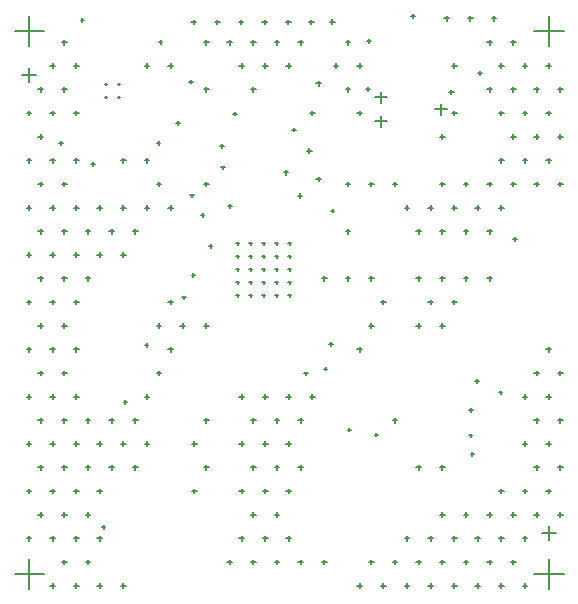
<source format=gbr>
%TF.GenerationSoftware,Altium Limited,Altium Designer,23.5.1 (21)*%
G04 Layer_Color=128*
%FSLAX45Y45*%
%MOMM*%
%TF.SameCoordinates,25585159-6715-467B-9351-B71020FA716E*%
%TF.FilePolarity,Positive*%
%TF.FileFunction,Drillmap*%
%TF.Part,Single*%
G01*
G75*
%TA.AperFunction,NonConductor*%
%ADD63C,0.12700*%
D63*
X12742400Y5550000D02*
X12857600D01*
X12800000Y5492400D02*
Y5607600D01*
X8342400Y9425000D02*
X8457600D01*
X8400000Y9367400D02*
Y9482600D01*
X8275000Y5200000D02*
X8525000D01*
X8400000Y5075000D02*
Y5325000D01*
X8275000Y9800000D02*
X8525000D01*
X8400000Y9675000D02*
Y9925000D01*
X11834450Y9133500D02*
X11933550D01*
X11884000Y9083950D02*
Y9183050D01*
X11326450Y9031900D02*
X11425550D01*
X11376000Y8982350D02*
Y9081450D01*
X11326450Y9235100D02*
X11425550D01*
X11376000Y9185550D02*
Y9284650D01*
X12675000Y9800000D02*
X12925000D01*
X12800000Y9675000D02*
Y9925000D01*
X12675000Y5200000D02*
X12925000D01*
X12800000Y5075000D02*
Y5325000D01*
X11951730Y9281201D02*
X11991730D01*
X11971730Y9261201D02*
Y9301201D01*
X10750295Y8785651D02*
X10790295D01*
X10770295Y8765651D02*
Y8805651D01*
X10554552Y8602296D02*
X10594552D01*
X10574552Y8582296D02*
Y8622296D01*
X10829584Y8545307D02*
X10869584D01*
X10849584Y8525307D02*
Y8565307D01*
X10671006Y8404076D02*
X10711006D01*
X10691006Y8384076D02*
Y8424076D01*
X10945606Y9876418D02*
X10985606D01*
X10965606Y9856418D02*
Y9896418D01*
X11914005Y9906859D02*
X11954005D01*
X11934005Y9886859D02*
Y9926858D01*
X12114005Y9906859D02*
X12154005D01*
X12134005Y9886859D02*
Y9926858D01*
X12314005Y9906859D02*
X12354005D01*
X12334005Y9886859D02*
Y9926858D01*
X10830548Y9354921D02*
X10870548D01*
X10850548Y9334921D02*
Y9374921D01*
X10769084Y9874126D02*
X10809084D01*
X10789084Y9854126D02*
Y9894126D01*
X9771758Y9874650D02*
X9811758D01*
X9791758Y9854650D02*
Y9894650D01*
X9971758Y9874650D02*
X10011758D01*
X9991758Y9854650D02*
Y9894650D01*
X10171758Y9874650D02*
X10211758D01*
X10191758Y9854650D02*
Y9894650D01*
X10371758Y9874650D02*
X10411758D01*
X10391758Y9854650D02*
Y9894650D01*
X10571758Y9874650D02*
X10611758D01*
X10591758Y9854650D02*
Y9894650D01*
X11248446Y9307912D02*
X11288446D01*
X11268446Y9287912D02*
Y9327912D01*
X12777361Y9503186D02*
X12817361D01*
X12797361Y9483187D02*
Y9523186D01*
X12877361Y9303186D02*
X12917361D01*
X12897362Y9283186D02*
Y9323186D01*
X12777361Y9103186D02*
X12817361D01*
X12797361Y9083186D02*
Y9123186D01*
X12877361Y8903186D02*
X12917361D01*
X12897362Y8883186D02*
Y8923186D01*
X12777361Y8703186D02*
X12817361D01*
X12797361Y8683186D02*
Y8723186D01*
X12877361Y8503186D02*
X12917361D01*
X12897362Y8483186D02*
Y8523186D01*
X12777361Y7103185D02*
X12817361D01*
X12797361Y7083185D02*
Y7123185D01*
X12877361Y6903185D02*
X12917361D01*
X12897362Y6883185D02*
Y6923185D01*
X12777361Y6703185D02*
X12817361D01*
X12797361Y6683185D02*
Y6723185D01*
X12877361Y6503185D02*
X12917361D01*
X12897362Y6483185D02*
Y6523185D01*
X12777361Y6303185D02*
X12817361D01*
X12797361Y6283185D02*
Y6323185D01*
X12877361Y6103185D02*
X12917361D01*
X12897362Y6083185D02*
Y6123185D01*
X12777361Y5903185D02*
X12817361D01*
X12797361Y5883185D02*
Y5923184D01*
X12877361Y5703184D02*
X12917361D01*
X12897362Y5683184D02*
Y5723184D01*
X12577361Y9503186D02*
X12617361D01*
X12597361Y9483187D02*
Y9523186D01*
X12677361Y9303186D02*
X12717361D01*
X12697361Y9283186D02*
Y9323186D01*
X12577361Y9103186D02*
X12617361D01*
X12597361Y9083186D02*
Y9123186D01*
X12677361Y8903186D02*
X12717361D01*
X12697361Y8883186D02*
Y8923186D01*
X12577361Y8703186D02*
X12617361D01*
X12597361Y8683186D02*
Y8723186D01*
X12677361Y8503186D02*
X12717361D01*
X12697361Y8483186D02*
Y8523186D01*
X12677361Y6903185D02*
X12717361D01*
X12697361Y6883185D02*
Y6923185D01*
X12577361Y6703185D02*
X12617361D01*
X12597361Y6683185D02*
Y6723185D01*
X12677361Y6503185D02*
X12717361D01*
X12697361Y6483185D02*
Y6523185D01*
X12577361Y6303185D02*
X12617361D01*
X12597361Y6283185D02*
Y6323185D01*
X12677361Y6103185D02*
X12717361D01*
X12697361Y6083185D02*
Y6123185D01*
X12577361Y5903185D02*
X12617361D01*
X12597361Y5883185D02*
Y5923184D01*
X12677361Y5703184D02*
X12717361D01*
X12697361Y5683184D02*
Y5723184D01*
X12577361Y5503184D02*
X12617361D01*
X12597361Y5483184D02*
Y5523184D01*
X12577361Y5103184D02*
X12617361D01*
X12597361Y5083184D02*
Y5123184D01*
X12477361Y9703187D02*
X12517361D01*
X12497361Y9683187D02*
Y9723187D01*
X12377361Y9503186D02*
X12417361D01*
X12397361Y9483187D02*
Y9523186D01*
X12477361Y9303186D02*
X12517361D01*
X12497361Y9283186D02*
Y9323186D01*
X12377361Y9103186D02*
X12417361D01*
X12397361Y9083186D02*
Y9123186D01*
X12477361Y8903186D02*
X12517361D01*
X12497361Y8883186D02*
Y8923186D01*
X12377361Y8703186D02*
X12417361D01*
X12397361Y8683186D02*
Y8723186D01*
X12477361Y8503186D02*
X12517361D01*
X12497361Y8483186D02*
Y8523186D01*
X12377361Y8303186D02*
X12417361D01*
X12397361Y8283186D02*
Y8323186D01*
X12377361Y5903185D02*
X12417361D01*
X12397361Y5883185D02*
Y5923184D01*
X12477361Y5703184D02*
X12517361D01*
X12497361Y5683184D02*
Y5723184D01*
X12377361Y5503184D02*
X12417361D01*
X12397361Y5483184D02*
Y5523184D01*
X12477361Y5303184D02*
X12517361D01*
X12497361Y5283184D02*
Y5323184D01*
X12377361Y5103184D02*
X12417361D01*
X12397361Y5083184D02*
Y5123184D01*
X12277361Y9703187D02*
X12317361D01*
X12297361Y9683187D02*
Y9723187D01*
X12277361Y9303186D02*
X12317361D01*
X12297361Y9283186D02*
Y9323186D01*
X12277361Y8503186D02*
X12317361D01*
X12297361Y8483186D02*
Y8523186D01*
X12177361Y8303186D02*
X12217361D01*
X12197361Y8283186D02*
Y8323186D01*
X12277361Y8103186D02*
X12317361D01*
X12297361Y8083186D02*
Y8123186D01*
X12277361Y7703186D02*
X12317361D01*
X12297361Y7683186D02*
Y7723185D01*
X12277361Y5703184D02*
X12317361D01*
X12297361Y5683184D02*
Y5723184D01*
X12177361Y5503184D02*
X12217361D01*
X12197361Y5483184D02*
Y5523184D01*
X12277361Y5303184D02*
X12317361D01*
X12297361Y5283184D02*
Y5323184D01*
X12177361Y5103184D02*
X12217361D01*
X12197361Y5083184D02*
Y5123184D01*
X11977361Y9503186D02*
X12017361D01*
X11997361Y9483187D02*
Y9523186D01*
X11977361Y9103186D02*
X12017361D01*
X11997361Y9083186D02*
Y9123186D01*
X12077361Y8503186D02*
X12117361D01*
X12097361Y8483186D02*
Y8523186D01*
X11977361Y8303186D02*
X12017361D01*
X11997361Y8283186D02*
Y8323186D01*
X12077361Y8103186D02*
X12117361D01*
X12097361Y8083186D02*
Y8123186D01*
X12077361Y7703186D02*
X12117361D01*
X12097361Y7683186D02*
Y7723185D01*
X11977361Y7503185D02*
X12017361D01*
X11997361Y7483185D02*
Y7523185D01*
X12077361Y5703184D02*
X12117361D01*
X12097361Y5683184D02*
Y5723184D01*
X11977361Y5503184D02*
X12017361D01*
X11997361Y5483184D02*
Y5523184D01*
X12077361Y5303184D02*
X12117361D01*
X12097361Y5283184D02*
Y5323184D01*
X11977361Y5103184D02*
X12017361D01*
X11997361Y5083184D02*
Y5123184D01*
X11877361Y8903186D02*
X11917360D01*
X11897361Y8883186D02*
Y8923186D01*
X11877361Y8503186D02*
X11917360D01*
X11897361Y8483186D02*
Y8523186D01*
X11777360Y8303186D02*
X11817360D01*
X11797360Y8283186D02*
Y8323186D01*
X11877361Y8103186D02*
X11917360D01*
X11897361Y8083186D02*
Y8123186D01*
X11877361Y7703186D02*
X11917360D01*
X11897361Y7683186D02*
Y7723185D01*
X11777360Y7503185D02*
X11817360D01*
X11797360Y7483185D02*
Y7523185D01*
X11877361Y7303185D02*
X11917360D01*
X11897361Y7283185D02*
Y7323185D01*
X11877361Y6103185D02*
X11917360D01*
X11897361Y6083185D02*
Y6123185D01*
X11877361Y5703184D02*
X11917360D01*
X11897361Y5683184D02*
Y5723184D01*
X11777360Y5503184D02*
X11817360D01*
X11797360Y5483184D02*
Y5523184D01*
X11877361Y5303184D02*
X11917360D01*
X11897361Y5283184D02*
Y5323184D01*
X11777360Y5103184D02*
X11817360D01*
X11797360Y5083184D02*
Y5123184D01*
X11577360Y8303186D02*
X11617360D01*
X11597360Y8283186D02*
Y8323186D01*
X11677360Y8103186D02*
X11717360D01*
X11697360Y8083186D02*
Y8123186D01*
X11677360Y7703186D02*
X11717360D01*
X11697360Y7683186D02*
Y7723185D01*
X11677360Y7303185D02*
X11717360D01*
X11697360Y7283185D02*
Y7323185D01*
X11677360Y6103185D02*
X11717360D01*
X11697360Y6083185D02*
Y6123185D01*
X11577360Y5503184D02*
X11617360D01*
X11597360Y5483184D02*
Y5523184D01*
X11677360Y5303184D02*
X11717360D01*
X11697360Y5283184D02*
Y5323184D01*
X11577360Y5103184D02*
X11617360D01*
X11597360Y5083184D02*
Y5123184D01*
X11477360Y8503186D02*
X11517360D01*
X11497360Y8483186D02*
Y8523186D01*
X11377360Y7503185D02*
X11417360D01*
X11397360Y7483185D02*
Y7523185D01*
X11477360Y6503185D02*
X11517360D01*
X11497360Y6483185D02*
Y6523185D01*
X11477360Y5303184D02*
X11517360D01*
X11497360Y5283184D02*
Y5323184D01*
X11377360Y5103184D02*
X11417360D01*
X11397360Y5083184D02*
Y5123184D01*
X11177360Y9503186D02*
X11217360D01*
X11197360Y9483187D02*
Y9523186D01*
X11177360Y9103186D02*
X11217360D01*
X11197360Y9083186D02*
Y9123186D01*
X11277360Y8503186D02*
X11317360D01*
X11297360Y8483186D02*
Y8523186D01*
X11277360Y7703186D02*
X11317360D01*
X11297360Y7683186D02*
Y7723185D01*
X11277360Y7303185D02*
X11317360D01*
X11297360Y7283185D02*
Y7323185D01*
X11177360Y7103185D02*
X11217360D01*
X11197360Y7083185D02*
Y7123185D01*
X11277360Y5303184D02*
X11317360D01*
X11297360Y5283184D02*
Y5323184D01*
X11177360Y5103184D02*
X11217360D01*
X11197360Y5083184D02*
Y5123184D01*
X11077360Y9703187D02*
X11117360D01*
X11097360Y9683187D02*
Y9723187D01*
X10977360Y9503186D02*
X11017360D01*
X10997360Y9483187D02*
Y9523186D01*
X11077360Y9303186D02*
X11117360D01*
X11097360Y9283186D02*
Y9323186D01*
X11077360Y8503186D02*
X11117360D01*
X11097360Y8483186D02*
Y8523186D01*
X11077360Y8103186D02*
X11117360D01*
X11097360Y8083186D02*
Y8123186D01*
X11077360Y7703186D02*
X11117360D01*
X11097360Y7683186D02*
Y7723185D01*
X10777360Y9103186D02*
X10817360D01*
X10797360Y9083186D02*
Y9123186D01*
X10877360Y7703186D02*
X10917360D01*
X10897360Y7683186D02*
Y7723185D01*
X10777360Y6703185D02*
X10817360D01*
X10797360Y6683185D02*
Y6723185D01*
X10877360Y5303184D02*
X10917360D01*
X10897360Y5283184D02*
Y5323184D01*
X10677360Y9703187D02*
X10717360D01*
X10697360Y9683187D02*
Y9723187D01*
X10577360Y9503186D02*
X10617360D01*
X10597360Y9483187D02*
Y9523186D01*
X10577360Y6703185D02*
X10617360D01*
X10597360Y6683185D02*
Y6723185D01*
X10677360Y6503185D02*
X10717360D01*
X10697360Y6483185D02*
Y6523185D01*
X10577360Y6303185D02*
X10617360D01*
X10597360Y6283185D02*
Y6323185D01*
X10677360Y6103185D02*
X10717360D01*
X10697360Y6083185D02*
Y6123185D01*
X10577360Y5903185D02*
X10617360D01*
X10597360Y5883185D02*
Y5923184D01*
X10577360Y5503184D02*
X10617360D01*
X10597360Y5483184D02*
Y5523184D01*
X10677360Y5303184D02*
X10717360D01*
X10697360Y5283184D02*
Y5323184D01*
X10477360Y9703187D02*
X10517360D01*
X10497360Y9683187D02*
Y9723187D01*
X10377360Y9503186D02*
X10417360D01*
X10397360Y9483187D02*
Y9523186D01*
X10377360Y6703185D02*
X10417360D01*
X10397360Y6683185D02*
Y6723185D01*
X10477360Y6503185D02*
X10517360D01*
X10497360Y6483185D02*
Y6523185D01*
X10377360Y6303185D02*
X10417360D01*
X10397360Y6283185D02*
Y6323185D01*
X10477360Y6103185D02*
X10517360D01*
X10497360Y6083185D02*
Y6123185D01*
X10377360Y5903185D02*
X10417360D01*
X10397360Y5883185D02*
Y5923184D01*
X10477360Y5703184D02*
X10517360D01*
X10497360Y5683184D02*
Y5723184D01*
X10377360Y5503184D02*
X10417360D01*
X10397360Y5483184D02*
Y5523184D01*
X10477360Y5303184D02*
X10517360D01*
X10497360Y5283184D02*
Y5323184D01*
X10277360Y9703187D02*
X10317360D01*
X10297360Y9683187D02*
Y9723187D01*
X10177360Y9503186D02*
X10217360D01*
X10197360Y9483187D02*
Y9523186D01*
X10277360Y9303186D02*
X10317360D01*
X10297360Y9283186D02*
Y9323186D01*
X10177360Y6703185D02*
X10217360D01*
X10197360Y6683185D02*
Y6723185D01*
X10277360Y6503185D02*
X10317360D01*
X10297360Y6483185D02*
Y6523185D01*
X10177360Y6303185D02*
X10217360D01*
X10197360Y6283185D02*
Y6323185D01*
X10277360Y6103185D02*
X10317360D01*
X10297360Y6083185D02*
Y6123185D01*
X10177360Y5903185D02*
X10217360D01*
X10197360Y5883185D02*
Y5923184D01*
X10277360Y5703184D02*
X10317360D01*
X10297360Y5683184D02*
Y5723184D01*
X10177360Y5503184D02*
X10217360D01*
X10197360Y5483184D02*
Y5523184D01*
X10277360Y5303184D02*
X10317360D01*
X10297360Y5283184D02*
Y5323184D01*
X10077360Y9703187D02*
X10117359D01*
X10097360Y9683187D02*
Y9723187D01*
X10077360Y5303184D02*
X10117359D01*
X10097360Y5283184D02*
Y5323184D01*
X9877359Y9703187D02*
X9917359D01*
X9897359Y9683187D02*
Y9723187D01*
X9877359Y9303186D02*
X9917359D01*
X9897359Y9283186D02*
Y9323186D01*
X9877359Y8503186D02*
X9917359D01*
X9897359Y8483186D02*
Y8523186D01*
X9877359Y7303185D02*
X9917359D01*
X9897359Y7283185D02*
Y7323185D01*
X9877359Y6503185D02*
X9917359D01*
X9897359Y6483185D02*
Y6523185D01*
X9777359Y6303185D02*
X9817359D01*
X9797359Y6283185D02*
Y6323185D01*
X9877359Y6103185D02*
X9917359D01*
X9897359Y6083185D02*
Y6123185D01*
X9777359Y5903185D02*
X9817359D01*
X9797359Y5883185D02*
Y5923184D01*
X9577359Y9503186D02*
X9617359D01*
X9597359Y9483187D02*
Y9523186D01*
X9577359Y8303186D02*
X9617359D01*
X9597359Y8283186D02*
Y8323186D01*
X9577359Y7503185D02*
X9617359D01*
X9597359Y7483185D02*
Y7523185D01*
X9677359Y7303185D02*
X9717359D01*
X9697359Y7283185D02*
Y7323185D01*
X9577359Y7103185D02*
X9617359D01*
X9597359Y7083185D02*
Y7123185D01*
X9377359Y9503186D02*
X9417359D01*
X9397359Y9483187D02*
Y9523186D01*
X9377359Y8703186D02*
X9417359D01*
X9397359Y8683186D02*
Y8723186D01*
X9477359Y8503186D02*
X9517359D01*
X9497359Y8483186D02*
Y8523186D01*
X9377359Y8303186D02*
X9417359D01*
X9397359Y8283186D02*
Y8323186D01*
X9477359Y7303185D02*
X9517359D01*
X9497359Y7283185D02*
Y7323185D01*
X9477359Y6903185D02*
X9517359D01*
X9497359Y6883185D02*
Y6923185D01*
X9377359Y6703185D02*
X9417359D01*
X9397359Y6683185D02*
Y6723185D01*
X9377359Y6303185D02*
X9417359D01*
X9397359Y6283185D02*
Y6323185D01*
X9177359Y8703186D02*
X9217359D01*
X9197359Y8683186D02*
Y8723186D01*
X9177359Y8303186D02*
X9217359D01*
X9197359Y8283186D02*
Y8323186D01*
X9277359Y8103186D02*
X9317359D01*
X9297359Y8083186D02*
Y8123186D01*
X9177359Y7903186D02*
X9217359D01*
X9197359Y7883186D02*
Y7923186D01*
X9277359Y6503185D02*
X9317359D01*
X9297359Y6483185D02*
Y6523185D01*
X9177359Y6303185D02*
X9217359D01*
X9197359Y6283185D02*
Y6323185D01*
X9277359Y6103185D02*
X9317359D01*
X9297359Y6083185D02*
Y6123185D01*
X9177359Y5103184D02*
X9217359D01*
X9197359Y5083184D02*
Y5123184D01*
X8977359Y8303186D02*
X9017359D01*
X8997359Y8283186D02*
Y8323186D01*
X9077359Y8103186D02*
X9117359D01*
X9097359Y8083186D02*
Y8123186D01*
X8977359Y7903186D02*
X9017359D01*
X8997359Y7883186D02*
Y7923186D01*
X9077359Y6503185D02*
X9117359D01*
X9097359Y6483185D02*
Y6523185D01*
X8977359Y6303185D02*
X9017359D01*
X8997359Y6283185D02*
Y6323185D01*
X9077359Y6103185D02*
X9117359D01*
X9097359Y6083185D02*
Y6123185D01*
X8977359Y5903185D02*
X9017359D01*
X8997359Y5883185D02*
Y5923184D01*
X8977359Y5503184D02*
X9017359D01*
X8997359Y5483184D02*
Y5523184D01*
X8977359Y5103184D02*
X9017359D01*
X8997359Y5083184D02*
Y5123184D01*
X8777359Y9503186D02*
X8817359D01*
X8797359Y9483187D02*
Y9523186D01*
X8777359Y9103186D02*
X8817359D01*
X8797359Y9083186D02*
Y9123186D01*
X8777359Y8703186D02*
X8817359D01*
X8797359Y8683186D02*
Y8723186D01*
X8777359Y8303186D02*
X8817359D01*
X8797359Y8283186D02*
Y8323186D01*
X8877359Y8103186D02*
X8917359D01*
X8897359Y8083186D02*
Y8123186D01*
X8777359Y7903186D02*
X8817359D01*
X8797359Y7883186D02*
Y7923186D01*
X8877359Y7703186D02*
X8917359D01*
X8897359Y7683186D02*
Y7723185D01*
X8777359Y7503185D02*
X8817359D01*
X8797359Y7483185D02*
Y7523185D01*
X8777359Y7103185D02*
X8817359D01*
X8797359Y7083185D02*
Y7123185D01*
X8777359Y6703185D02*
X8817359D01*
X8797359Y6683185D02*
Y6723185D01*
X8877359Y6503185D02*
X8917359D01*
X8897359Y6483185D02*
Y6523185D01*
X8777359Y6303185D02*
X8817359D01*
X8797359Y6283185D02*
Y6323185D01*
X8877359Y6103185D02*
X8917359D01*
X8897359Y6083185D02*
Y6123185D01*
X8777359Y5903185D02*
X8817359D01*
X8797359Y5883185D02*
Y5923184D01*
X8877359Y5703184D02*
X8917359D01*
X8897359Y5683184D02*
Y5723184D01*
X8777359Y5503184D02*
X8817359D01*
X8797359Y5483184D02*
Y5523184D01*
X8877359Y5303184D02*
X8917359D01*
X8897359Y5283184D02*
Y5323184D01*
X8777359Y5103184D02*
X8817359D01*
X8797359Y5083184D02*
Y5123184D01*
X8677359Y9703187D02*
X8717359D01*
X8697359Y9683187D02*
Y9723187D01*
X8577359Y9503186D02*
X8617359D01*
X8597359Y9483187D02*
Y9523186D01*
X8677359Y9303186D02*
X8717359D01*
X8697359Y9283186D02*
Y9323186D01*
X8577359Y9103186D02*
X8617359D01*
X8597359Y9083186D02*
Y9123186D01*
X8577359Y8703186D02*
X8617359D01*
X8597359Y8683186D02*
Y8723186D01*
X8677359Y8503186D02*
X8717359D01*
X8697359Y8483186D02*
Y8523186D01*
X8577359Y8303186D02*
X8617359D01*
X8597359Y8283186D02*
Y8323186D01*
X8677359Y8103186D02*
X8717359D01*
X8697359Y8083186D02*
Y8123186D01*
X8577359Y7903186D02*
X8617359D01*
X8597359Y7883186D02*
Y7923186D01*
X8677359Y7703186D02*
X8717359D01*
X8697359Y7683186D02*
Y7723185D01*
X8577359Y7503185D02*
X8617359D01*
X8597359Y7483185D02*
Y7523185D01*
X8677359Y7303185D02*
X8717359D01*
X8697359Y7283185D02*
Y7323185D01*
X8577359Y7103185D02*
X8617359D01*
X8597359Y7083185D02*
Y7123185D01*
X8677359Y6903185D02*
X8717359D01*
X8697359Y6883185D02*
Y6923185D01*
X8577359Y6703185D02*
X8617359D01*
X8597359Y6683185D02*
Y6723185D01*
X8677359Y6503185D02*
X8717359D01*
X8697359Y6483185D02*
Y6523185D01*
X8577359Y6303185D02*
X8617359D01*
X8597359Y6283185D02*
Y6323185D01*
X8677359Y6103185D02*
X8717359D01*
X8697359Y6083185D02*
Y6123185D01*
X8577359Y5903185D02*
X8617359D01*
X8597359Y5883185D02*
Y5923184D01*
X8677359Y5703184D02*
X8717359D01*
X8697359Y5683184D02*
Y5723184D01*
X8577359Y5503184D02*
X8617359D01*
X8597359Y5483184D02*
Y5523184D01*
X8677359Y5303184D02*
X8717359D01*
X8697359Y5283184D02*
Y5323184D01*
X8577359Y5103184D02*
X8617359D01*
X8597359Y5083184D02*
Y5123184D01*
X8477359Y9303186D02*
X8517359D01*
X8497359Y9283186D02*
Y9323186D01*
X8377359Y9103186D02*
X8417359D01*
X8397359Y9083186D02*
Y9123186D01*
X8477359Y8903186D02*
X8517359D01*
X8497359Y8883186D02*
Y8923186D01*
X8377359Y8703186D02*
X8417359D01*
X8397359Y8683186D02*
Y8723186D01*
X8477359Y8503186D02*
X8517359D01*
X8497359Y8483186D02*
Y8523186D01*
X8377359Y8303186D02*
X8417359D01*
X8397359Y8283186D02*
Y8323186D01*
X8477359Y8103186D02*
X8517359D01*
X8497359Y8083186D02*
Y8123186D01*
X8377359Y7903186D02*
X8417359D01*
X8397359Y7883186D02*
Y7923186D01*
X8477359Y7703186D02*
X8517359D01*
X8497359Y7683186D02*
Y7723185D01*
X8377359Y7503185D02*
X8417359D01*
X8397359Y7483185D02*
Y7523185D01*
X8477359Y7303185D02*
X8517359D01*
X8497359Y7283185D02*
Y7323185D01*
X8377359Y7103185D02*
X8417359D01*
X8397359Y7083185D02*
Y7123185D01*
X8477359Y6903185D02*
X8517359D01*
X8497359Y6883185D02*
Y6923185D01*
X8377359Y6703185D02*
X8417359D01*
X8397359Y6683185D02*
Y6723185D01*
X8477359Y6503185D02*
X8517359D01*
X8497359Y6483185D02*
Y6523185D01*
X8377359Y6303185D02*
X8417359D01*
X8397359Y6283185D02*
Y6323185D01*
X8477359Y6103185D02*
X8517359D01*
X8497359Y6083185D02*
Y6123185D01*
X8377359Y5903185D02*
X8417359D01*
X8397359Y5883185D02*
Y5923184D01*
X8477359Y5703184D02*
X8517359D01*
X8497359Y5683184D02*
Y5723184D01*
X8377359Y5503184D02*
X8417359D01*
X8397359Y5483184D02*
Y5523184D01*
X12136915Y6217468D02*
X12166915D01*
X12151915Y6202468D02*
Y6232468D01*
X9761397Y8405532D02*
X9791397D01*
X9776397Y8390532D02*
Y8420532D01*
X9480615Y8848359D02*
X9510615D01*
X9495615Y8833359D02*
Y8863359D01*
X8922234Y8671151D02*
X8952234D01*
X8937234Y8656151D02*
Y8686151D01*
X11095750Y6423305D02*
X11125750D01*
X11110750Y6408305D02*
Y6438305D01*
X10893152Y6939132D02*
X10923152D01*
X10908152Y6924132D02*
Y6954132D01*
X9645111Y9019944D02*
X9675111D01*
X9660111Y9004944D02*
Y9034944D01*
X11322864Y6380616D02*
X11352864D01*
X11337864Y6365616D02*
Y6395616D01*
X9920167Y7978251D02*
X9950167D01*
X9935167Y7963251D02*
Y7993251D01*
X10953009Y8277165D02*
X10983009D01*
X10968009Y8262165D02*
Y8292165D01*
X9853353Y8239441D02*
X9883353D01*
X9868353Y8224441D02*
Y8254441D01*
X9694908Y7541985D02*
X9724908D01*
X9709908Y7526985D02*
Y7556985D01*
X9775000Y7730000D02*
X9805000D01*
X9790000Y7715000D02*
Y7745000D01*
X9199163Y6658316D02*
X9229163D01*
X9214163Y6643316D02*
Y6673316D01*
X9378198Y7141804D02*
X9408198D01*
X9393198Y7126804D02*
Y7156804D01*
X8653811Y8848881D02*
X8683811D01*
X8668811Y8833881D02*
Y8863881D01*
X9014700Y5600700D02*
X9044700D01*
X9029700Y5585700D02*
Y5615700D01*
X12177000Y6832600D02*
X12207000D01*
X12192000Y6817600D02*
Y6847600D01*
X12121892Y6373467D02*
X12151892D01*
X12136892Y6358467D02*
Y6388467D01*
X12497908Y8037044D02*
X12527908D01*
X12512908Y8022044D02*
Y8052044D01*
X11262600Y9715500D02*
X11292600D01*
X11277600Y9700500D02*
Y9730500D01*
X10127008Y9098908D02*
X10157008D01*
X10142008Y9083908D02*
Y9113908D01*
X9497300Y9702800D02*
X9527300D01*
X9512300Y9687800D02*
Y9717800D01*
X9752528Y9368961D02*
X9782528D01*
X9767528Y9353961D02*
Y9383961D01*
X10940226Y7145888D02*
X10970226D01*
X10955226Y7130888D02*
Y7160888D01*
X10725699Y6899716D02*
X10755699D01*
X10740699Y6884716D02*
Y6914716D01*
X10086642Y8316621D02*
X10116642D01*
X10101642Y8301621D02*
Y8331621D01*
X10026529Y8643378D02*
X10056529D01*
X10041529Y8628378D02*
Y8658378D01*
X12374794Y6737657D02*
X12404794D01*
X12389794Y6722657D02*
Y6752657D01*
X12122757Y6588375D02*
X12152757D01*
X12137757Y6573375D02*
Y6603375D01*
X11633800Y9923101D02*
X11663800D01*
X11648800Y9908101D02*
Y9938101D01*
X12199320Y9442271D02*
X12229319D01*
X12214319Y9427271D02*
Y9457271D01*
X10625060Y8963660D02*
X10655060D01*
X10640060Y8948660D02*
Y8978660D01*
X10015460Y8823960D02*
X10045460D01*
X10030460Y8808960D02*
Y8838960D01*
X8835000Y9890000D02*
X8865000D01*
X8850000Y9875000D02*
Y9905000D01*
X9040000Y9350000D02*
X9060000D01*
X9050000Y9340000D02*
Y9360000D01*
X9150000Y9350000D02*
X9170000D01*
X9160000Y9340000D02*
Y9360000D01*
X9150000Y9240000D02*
X9170000D01*
X9160000Y9230000D02*
Y9250000D01*
X9040000Y9240000D02*
X9060000D01*
X9050000Y9230000D02*
Y9250000D01*
X10593642Y7560005D02*
X10613642D01*
X10603642Y7550005D02*
Y7570005D01*
X10483642Y7560005D02*
X10503642D01*
X10493642Y7550005D02*
Y7570005D01*
X10373642Y7560005D02*
X10393642D01*
X10383642Y7550005D02*
Y7570005D01*
X10263642Y7560005D02*
X10283642D01*
X10273642Y7550005D02*
Y7570005D01*
X10153642Y7560005D02*
X10173642D01*
X10163642Y7550005D02*
Y7570005D01*
X10593642Y7670005D02*
X10613642D01*
X10603642Y7660005D02*
Y7680005D01*
X10483642Y7670005D02*
X10503642D01*
X10493642Y7660005D02*
Y7680005D01*
X10373642Y7670005D02*
X10393642D01*
X10383642Y7660005D02*
Y7680005D01*
X10263642Y7670005D02*
X10283642D01*
X10273642Y7660005D02*
Y7680005D01*
X10153642Y7670005D02*
X10173642D01*
X10163642Y7660005D02*
Y7680005D01*
X10593642Y7780005D02*
X10613642D01*
X10603642Y7770005D02*
Y7790005D01*
X10483642Y7780005D02*
X10503642D01*
X10493642Y7770005D02*
Y7790005D01*
X10373642Y7780005D02*
X10393642D01*
X10383642Y7770005D02*
Y7790005D01*
X10263642Y7780005D02*
X10283642D01*
X10273642Y7770005D02*
Y7790005D01*
X10153642Y7780005D02*
X10173642D01*
X10163642Y7770005D02*
Y7790005D01*
X10593642Y7890005D02*
X10613642D01*
X10603642Y7880005D02*
Y7900005D01*
X10483642Y7890005D02*
X10503642D01*
X10493642Y7880005D02*
Y7900005D01*
X10373642Y7890005D02*
X10393642D01*
X10383642Y7880005D02*
Y7900005D01*
X10263642Y7890005D02*
X10283642D01*
X10273642Y7880005D02*
Y7900005D01*
X10153642Y7890005D02*
X10173642D01*
X10163642Y7880005D02*
Y7900005D01*
X10593642Y8000005D02*
X10613642D01*
X10603642Y7990005D02*
Y8010005D01*
X10483642Y8000005D02*
X10503642D01*
X10493642Y7990005D02*
Y8010005D01*
X10373642Y8000005D02*
X10393642D01*
X10383642Y7990005D02*
Y8010005D01*
X10263642Y8000005D02*
X10283642D01*
X10273642Y7990005D02*
Y8010005D01*
X10153642Y8000005D02*
X10173642D01*
X10163642Y7990005D02*
Y8010005D01*
%TF.MD5,0256d45d792b979dd774f235489be9b9*%
M02*

</source>
